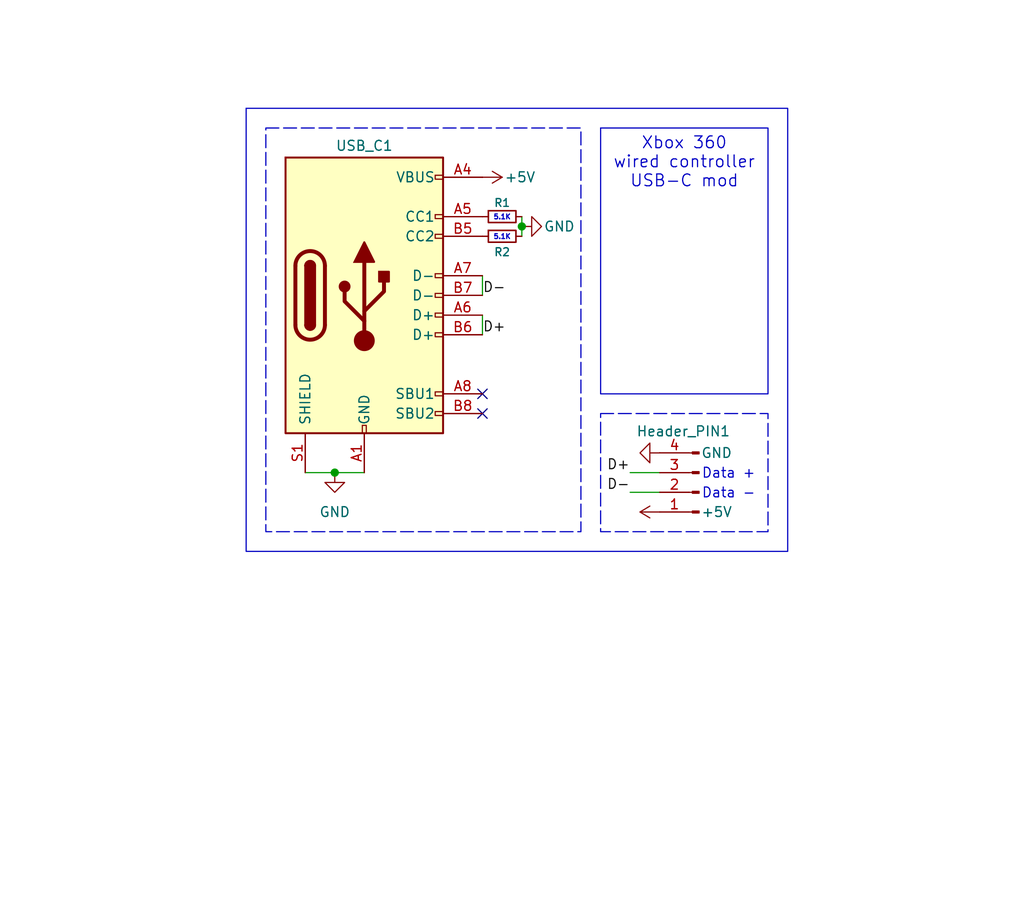
<source format=kicad_sch>
(kicad_sch (version 20250114) (generator "eeschema") (generator_version "9.0")
  (paper "User" 132.08 117.348)
  (title_block (title "Xbox 360 USB-C Mod") (date "2025-07-21") (rev "2") (company "Lukas"))
  (lib_symbols
    (symbol "Connector:Conn_01x04_Pin" (pin_names (offset 1.016) (hide yes))
      (property "Reference" "J" (at 0 5.08 0))
      (property "Value" "Conn_01x04_Pin" (at 0 -7.62 0))
      (symbol "Conn_01x04_Pin_1_1"
        (rectangle (start 0.8636 2.667) (end 0 2.413) (stroke (width 0.1524)) (fill (type outline)))
        (rectangle (start 0.8636 0.127) (end 0 -0.127) (stroke (width 0.1524)) (fill (type outline)))
        (rectangle (start 0.8636 -2.413) (end 0 -2.667) (stroke (width 0.1524)) (fill (type outline)))
        (rectangle (start 0.8636 -4.953) (end 0 -5.207) (stroke (width 0.1524)) (fill (type outline)))
        (polyline (pts (xy 1.27 2.54) (xy 0.8636 2.54)) (stroke (width 0.1524)))
        (polyline (pts (xy 1.27 0) (xy 0.8636 0)) (stroke (width 0.1524)))
        (polyline (pts (xy 1.27 -2.54) (xy 0.8636 -2.54)) (stroke (width 0.1524)))
        (polyline (pts (xy 1.27 -5.08) (xy 0.8636 -5.08)) (stroke (width 0.1524)))
        (pin passive line (at 5.08 2.54 180) (length 3.81) (name "Pin_1") (number "1"))
        (pin passive line (at 5.08 0 180) (length 3.81) (name "Pin_2") (number "2"))
        (pin passive line (at 5.08 -2.54 180) (length 3.81) (name "Pin_3") (number "3"))
        (pin passive line (at 5.08 -5.08 180) (length 3.81) (name "Pin_4") (number "4"))
      )
    )
    (symbol "Connector:USB_C_Receptacle_USB2.0_16P" (pin_names (offset 1.016))
      (property "Reference" "J" (at 0 22.225 0))
      (property "Value" "USB_C_Receptacle_USB2.0_16P" (at 0 19.685 0))
      (symbol "USB_C_Receptacle_USB2.0_16P_0_0"
        (rectangle (start -0.254 -17.78) (end 0.254 -16.764))
        (rectangle (start 10.16 15.494) (end 9.144 14.986))
        (rectangle (start 10.16 10.414) (end 9.144 9.906))
        (rectangle (start 10.16 7.874) (end 9.144 7.366))
        (rectangle (start 10.16 2.794) (end 9.144 2.286))
        (rectangle (start 10.16 0.254) (end 9.144 -0.254))
        (rectangle (start 10.16 -2.286) (end 9.144 -2.794))
        (rectangle (start 10.16 -4.826) (end 9.144 -5.334))
        (rectangle (start 10.16 -12.446) (end 9.144 -12.954))
        (rectangle (start 10.16 -14.986) (end 9.144 -15.494))
      )
      (symbol "USB_C_Receptacle_USB2.0_16P_0_1"
        (rectangle (start -10.16 17.78) (end 10.16 -17.78) (stroke (width 0.254)) (fill (type background)))
        (polyline (pts (xy -8.89 -3.81) (xy -8.89 3.81)) (stroke (width 0.508)))
        (rectangle (start -7.62 -3.81) (end -6.35 3.81) (stroke (width 0.254)) (fill (type outline)))
        (arc (start -7.62 3.81) (mid -6.985 4.4423) (end -6.35 3.81) (stroke (width 0.254)))
        (arc (start -7.62 3.81) (mid -6.985 4.4423) (end -6.35 3.81) (stroke (width 0.254)) (fill (type outline)))
        (arc (start -8.89 3.81) (mid -6.985 5.7067) (end -5.08 3.81) (stroke (width 0.508)))
        (arc (start -5.08 -3.81) (mid -6.985 -5.7067) (end -8.89 -3.81) (stroke (width 0.508)))
        (arc (start -6.35 -3.81) (mid -6.985 -4.4423) (end -7.62 -3.81) (stroke (width 0.254)))
        (arc (start -6.35 -3.81) (mid -6.985 -4.4423) (end -7.62 -3.81) (stroke (width 0.254)) (fill (type outline)))
        (polyline (pts (xy -5.08 3.81) (xy -5.08 -3.81)) (stroke (width 0.508)))
        (circle (center -2.54 1.143) (radius 0.635) (stroke (width 0.254)) (fill (type outline)))
        (polyline (pts (xy -1.27 4.318) (xy 0 6.858) (xy 1.27 4.318) (xy -1.27 4.318)) (stroke (width 0.254)) (fill (type outline)))
        (polyline (pts (xy 0 -2.032) (xy 2.54 0.508) (xy 2.54 1.778)) (stroke (width 0.508)))
        (polyline (pts (xy 0 -3.302) (xy -2.54 -0.762) (xy -2.54 0.508)) (stroke (width 0.508)))
        (polyline (pts (xy 0 -5.842) (xy 0 4.318)) (stroke (width 0.508)))
        (circle (center 0 -5.842) (radius 1.27) (fill (type outline)))
        (rectangle (start 1.905 1.778) (end 3.175 3.048) (stroke (width 0.254)) (fill (type outline)))
      )
      (symbol "USB_C_Receptacle_USB2.0_16P_1_1"
        (pin passive line (at -7.62 -22.86 90) (length 5.08) (name "SHIELD") (number "S1"))
        (pin passive line (at 0 -22.86 90) (length 5.08) (name "GND") (number "A1"))
        (pin passive line (at 0 -22.86 90) (length 5.08) (hide yes) (name "GND") (number "A12"))
        (pin passive line (at 0 -22.86 90) (length 5.08) (hide yes) (name "GND") (number "B1"))
        (pin passive line (at 0 -22.86 90) (length 5.08) (hide yes) (name "GND") (number "B12"))
        (pin passive line (at 15.24 15.24 180) (length 5.08) (name "VBUS") (number "A4"))
        (pin passive line (at 15.24 15.24 180) (length 5.08) (hide yes) (name "VBUS") (number "A9"))
        (pin passive line (at 15.24 15.24 180) (length 5.08) (hide yes) (name "VBUS") (number "B4"))
        (pin passive line (at 15.24 15.24 180) (length 5.08) (hide yes) (name "VBUS") (number "B9"))
        (pin bidirectional line (at 15.24 10.16 180) (length 5.08) (name "CC1") (number "A5"))
        (pin bidirectional line (at 15.24 7.62 180) (length 5.08) (name "CC2") (number "B5"))
        (pin bidirectional line (at 15.24 2.54 180) (length 5.08) (name "D-") (number "A7"))
        (pin bidirectional line (at 15.24 0 180) (length 5.08) (name "D-") (number "B7"))
        (pin bidirectional line (at 15.24 -2.54 180) (length 5.08) (name "D+") (number "A6"))
        (pin bidirectional line (at 15.24 -5.08 180) (length 5.08) (name "D+") (number "B6"))
        (pin bidirectional line (at 15.24 -12.7 180) (length 5.08) (name "SBU1") (number "A8"))
        (pin bidirectional line (at 15.24 -15.24 180) (length 5.08) (name "SBU2") (number "B8"))
      )
    )
    (symbol "Device:R_Small" (pin_numbers (hide yes)) (pin_names (offset 0.254) (hide yes))
      (property "Reference" "R" (at 0 0 90))
      (property "Value" "R_Small" (at 1.778 0 90))
      (symbol "R_Small_0_1"
        (rectangle (start -0.762 1.778) (end 0.762 -1.778) (stroke (width 0.2032)))
      )
      (symbol "R_Small_1_1"
        (pin passive line (at 0 2.54 270) (length 0.762) (name "~") (number "1"))
        (pin passive line (at 0 -2.54 90) (length 0.762) (name "~") (number "2"))
      )
    )
    (symbol "power:+5V" (power) (pin_numbers (hide yes)) (pin_names (offset 0) (hide yes))
      (property "Value" "+5V" (at 0 3.556 0))
      (symbol "+5V_0_1"
        (polyline (pts (xy -0.762 1.27) (xy 0 2.54)))
        (polyline (pts (xy 0 2.54) (xy 0.762 1.27)))
        (polyline (pts (xy 0 0) (xy 0 2.54)))
      )
      (symbol "+5V_1_1"
        (pin power_in line (at 0 0 90) (length 0) (name "~") (number "1"))
      )
    )
    (symbol "power:GND" (power) (pin_numbers (hide yes)) (pin_names (offset 0) (hide yes))
      (property "Value" "GND" (at 0 -3.81 0))
      (symbol "GND_0_1"
        (polyline (pts (xy 0 0) (xy 0 -1.27) (xy 1.27 -1.27) (xy 0 -2.54) (xy -1.27 -1.27) (xy 0 -1.27)))
      )
      (symbol "GND_1_1"
        (pin power_in line (at 0 0 270) (length 0) (name "~") (number "1"))
      )
    )
  )
  (rectangle (start 77.47 53.34) (end 99.06 68.58) (stroke (width 0) (type dash)))
  (rectangle (start 31.75 13.97) (end 101.6 71.12))
  (rectangle (start 34.29 16.51) (end 74.93 68.58) (stroke (width 0) (type dash)))
  (text "5.1K" (at 64.77 28.194 0) (effects (font (size 0.635 0.635))))
  (text "5.1K" (at 64.77 30.734 0) (effects (font (size 0.635 0.635))))
  (text "Data -\n" (at 93.98 63.754 0) (effects (font (size 1.27 1.27))))
  (text "Data +\n\n" (at 93.98 62.23 0) (effects (font (size 1.27 1.27))))
  (text_box "Xbox 360\nwired controller \nUSB-C mod\n" (at 77.47 16.51 0) (size 21.59 34.29) (margins 0.9525 0.9525 0.9525 0.9525) (effects (font (size 1.524 1.524)) (justify top)))
  (junction (at 43.18 60.96))
  (junction (at 67.31 29.21))
  (no_connect (at 62.23 50.8))
  (no_connect (at 62.23 53.34))
  (wire (pts (xy 43.18 60.96) (xy 46.99 60.96)))
  (wire (pts (xy 81.28 63.5) (xy 85.09 63.5)))
  (wire (pts (xy 39.37 60.96) (xy 43.18 60.96)))
  (wire (pts (xy 62.23 35.56) (xy 62.23 38.1)))
  (wire (pts (xy 67.31 27.94) (xy 67.31 29.21)))
  (wire (pts (xy 67.31 29.21) (xy 67.31 30.48)))
  (wire (pts (xy 62.23 40.64) (xy 62.23 43.18)))
  (wire (pts (xy 81.28 60.96) (xy 85.09 60.96)))
  (label "D+" (at 62.23 43.18 0))
  (label "D+" (at 81.28 60.96 180))
  (label "D-" (at 62.23 38.1 0))
  (label "D-" (at 81.28 63.5 180))
  (symbol (lib_id "Connector:USB_C_Receptacle_USB2.0_16P") (at 46.99 38.1 0) (unit 1)
    (property "Reference" "USB_C1" (at 46.99 18.796 0))
    (property "Value" "USB_C_Receptacle_USB2.0_16P" (effects (hide yes)))
    (property "Footprint" "Connector_USB:USB_C_Receptacle_HCTL_HC-TYPE-C-16P-01A" (effects (hide yes)))
    (property "Datasheet" "https://www.usb.org/sites/default/files/documents/usb_type-c.zip" (effects (hide yes)))
    (property "Description" "USB 2.0-only 16P Type-C Receptacle connector" (effects (hide yes)))
  )
  (symbol (lib_id "power:GND") (at 85.09 58.42 270) (unit 1)
    (property "Reference" "#PWR05" (effects (hide yes)))
    (property "Value" "GND" (at 94.488 58.42 90) (effects (justify right)))
    (property "Description" "Power symbol creates a global label with name \"GND\" , ground" (effects (hide yes)))
  )
  (symbol (lib_id "power:GND") (at 67.31 29.21 90) (unit 1)
    (property "Reference" "#PWR04" (effects (hide yes)))
    (property "Value" "GND" (at 70.104 29.21 90) (effects (justify right)))
    (property "Description" "Power symbol creates a global label with name \"GND\" , ground" (effects (hide yes)))
  )
  (symbol (lib_id "power:GND") (at 43.18 60.96 0) (unit 1)
    (property "Reference" "#PWR02" (effects (hide yes)))
    (property "Value" "GND" (at 43.18 66.04 0))
    (property "Description" "Power symbol creates a global label with name \"GND\" , ground" (effects (hide yes)))
  )
  (symbol (lib_id "Connector:Conn_01x04_Pin") (at 90.17 63.5 180) (unit 1)
    (property "Reference" "Header_PIN1" (at 82.042 55.626 0) (effects (justify right)))
    (property "Value" "Conn_01x04_Pin" (effects (hide yes)))
    (property "Footprint" "Connector_PinHeader_2.54mm:PinHeader_1x04_P2.54mm_Vertical" (effects (hide yes)))
    (property "Description" "Generic connector, single row, 01x04, script generated" (effects (hide yes)))
  )
  (symbol (lib_id "power:+5V") (at 62.23 22.86 270) (unit 1)
    (property "Reference" "#PWR01" (effects (hide yes)))
    (property "Value" "+5V" (at 65.024 22.86 90) (effects (justify left)))
    (property "Description" "Power symbol creates a global label with name \"+5V\"" (effects (hide yes)))
  )
  (symbol (lib_id "Device:R_Small") (at 64.77 30.48 90) (unit 1)
    (property "Reference" "R2" (at 64.77 32.512 90) (effects (font (size 1.016 1.016))))
    (property "Value" "R_Small" (effects (hide yes)))
    (property "Footprint" "Resistor_SMD:R_0603_1608Metric" (effects (hide yes)))
    (property "Description" "Resistor, small symbol" (effects (hide yes)))
  )
  (symbol (lib_id "power:+5V") (at 85.09 66.04 90) (unit 1)
    (property "Reference" "#PWR03" (effects (hide yes)))
    (property "Value" "+5V" (at 94.488 66.04 90) (effects (justify left)))
    (property "Description" "Power symbol creates a global label with name \"+5V\"" (effects (hide yes)))
  )
  (symbol (lib_id "Device:R_Small") (at 64.77 27.94 90) (unit 1)
    (property "Reference" "R1" (at 64.77 26.162 90) (effects (font (size 1.016 1.016))))
    (property "Value" "R_Small" (effects (hide yes)))
    (property "Footprint" "Resistor_SMD:R_0603_1608Metric" (effects (hide yes)))
    (property "Description" "Resistor, small symbol" (effects (hide yes)))
  )
)
</source>
